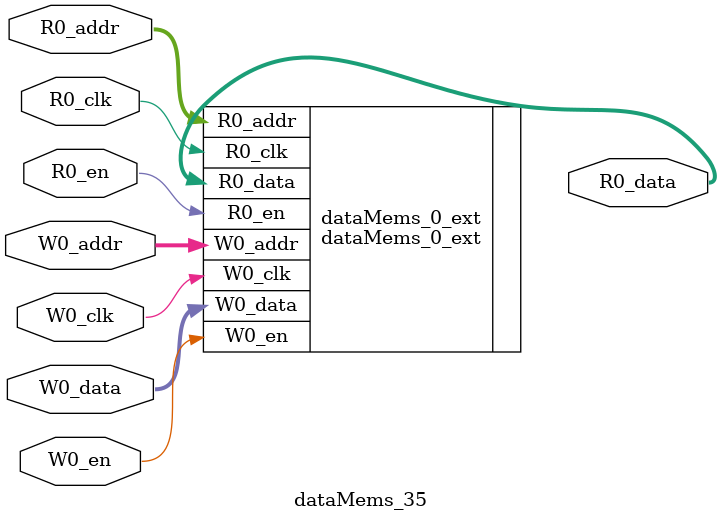
<source format=sv>
`ifndef RANDOMIZE
  `ifdef RANDOMIZE_REG_INIT
    `define RANDOMIZE
  `endif // RANDOMIZE_REG_INIT
`endif // not def RANDOMIZE
`ifndef RANDOMIZE
  `ifdef RANDOMIZE_MEM_INIT
    `define RANDOMIZE
  `endif // RANDOMIZE_MEM_INIT
`endif // not def RANDOMIZE

`ifndef RANDOM
  `define RANDOM $random
`endif // not def RANDOM

// Users can define 'PRINTF_COND' to add an extra gate to prints.
`ifndef PRINTF_COND_
  `ifdef PRINTF_COND
    `define PRINTF_COND_ (`PRINTF_COND)
  `else  // PRINTF_COND
    `define PRINTF_COND_ 1
  `endif // PRINTF_COND
`endif // not def PRINTF_COND_

// Users can define 'ASSERT_VERBOSE_COND' to add an extra gate to assert error printing.
`ifndef ASSERT_VERBOSE_COND_
  `ifdef ASSERT_VERBOSE_COND
    `define ASSERT_VERBOSE_COND_ (`ASSERT_VERBOSE_COND)
  `else  // ASSERT_VERBOSE_COND
    `define ASSERT_VERBOSE_COND_ 1
  `endif // ASSERT_VERBOSE_COND
`endif // not def ASSERT_VERBOSE_COND_

// Users can define 'STOP_COND' to add an extra gate to stop conditions.
`ifndef STOP_COND_
  `ifdef STOP_COND
    `define STOP_COND_ (`STOP_COND)
  `else  // STOP_COND
    `define STOP_COND_ 1
  `endif // STOP_COND
`endif // not def STOP_COND_

// Users can define INIT_RANDOM as general code that gets injected into the
// initializer block for modules with registers.
`ifndef INIT_RANDOM
  `define INIT_RANDOM
`endif // not def INIT_RANDOM

// If using random initialization, you can also define RANDOMIZE_DELAY to
// customize the delay used, otherwise 0.002 is used.
`ifndef RANDOMIZE_DELAY
  `define RANDOMIZE_DELAY 0.002
`endif // not def RANDOMIZE_DELAY

// Define INIT_RANDOM_PROLOG_ for use in our modules below.
`ifndef INIT_RANDOM_PROLOG_
  `ifdef RANDOMIZE
    `ifdef VERILATOR
      `define INIT_RANDOM_PROLOG_ `INIT_RANDOM
    `else  // VERILATOR
      `define INIT_RANDOM_PROLOG_ `INIT_RANDOM #`RANDOMIZE_DELAY begin end
    `endif // VERILATOR
  `else  // RANDOMIZE
    `define INIT_RANDOM_PROLOG_
  `endif // RANDOMIZE
`endif // not def INIT_RANDOM_PROLOG_

// Include register initializers in init blocks unless synthesis is set
`ifndef SYNTHESIS
  `ifndef ENABLE_INITIAL_REG_
    `define ENABLE_INITIAL_REG_
  `endif // not def ENABLE_INITIAL_REG_
`endif // not def SYNTHESIS

// Include rmemory initializers in init blocks unless synthesis is set
`ifndef SYNTHESIS
  `ifndef ENABLE_INITIAL_MEM_
    `define ENABLE_INITIAL_MEM_
  `endif // not def ENABLE_INITIAL_MEM_
`endif // not def SYNTHESIS

module dataMems_35(	// @[generators/ara/src/main/scala/UnsafeAXI4ToTL.scala:365:62]
  input  [4:0]   R0_addr,
  input          R0_en,
  input          R0_clk,
  output [514:0] R0_data,
  input  [4:0]   W0_addr,
  input          W0_en,
  input          W0_clk,
  input  [514:0] W0_data
);

  dataMems_0_ext dataMems_0_ext (	// @[generators/ara/src/main/scala/UnsafeAXI4ToTL.scala:365:62]
    .R0_addr (R0_addr),
    .R0_en   (R0_en),
    .R0_clk  (R0_clk),
    .R0_data (R0_data),
    .W0_addr (W0_addr),
    .W0_en   (W0_en),
    .W0_clk  (W0_clk),
    .W0_data (W0_data)
  );
endmodule


</source>
